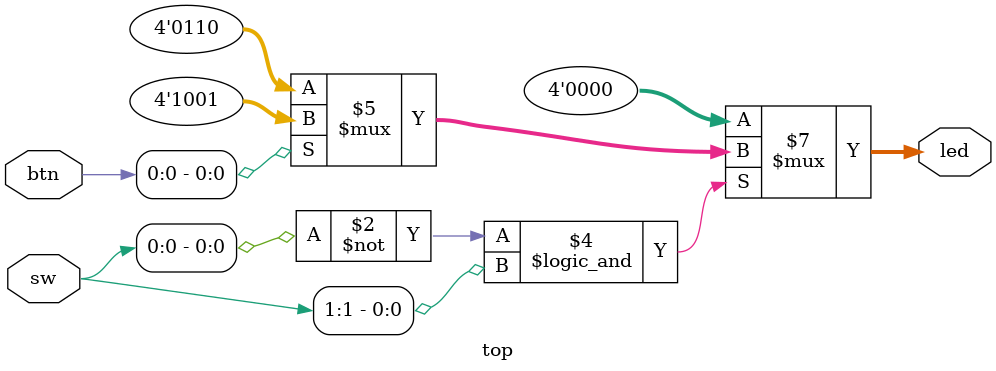
<source format=sv>
`timescale 1ns / 1ps

module top (
    input wire logic [3:0] sw,
    input wire logic [3:0] btn,
    output     logic [3:0] led
    );

    always_comb begin
        if (sw[0] == 0 && sw[1] == 1) begin
            led[3:0] = btn[0] ? 4'b1001 : 4'b0110;
        end else begin
            led[3:0] = 4'b0000;
        end
    end
endmodule

</source>
